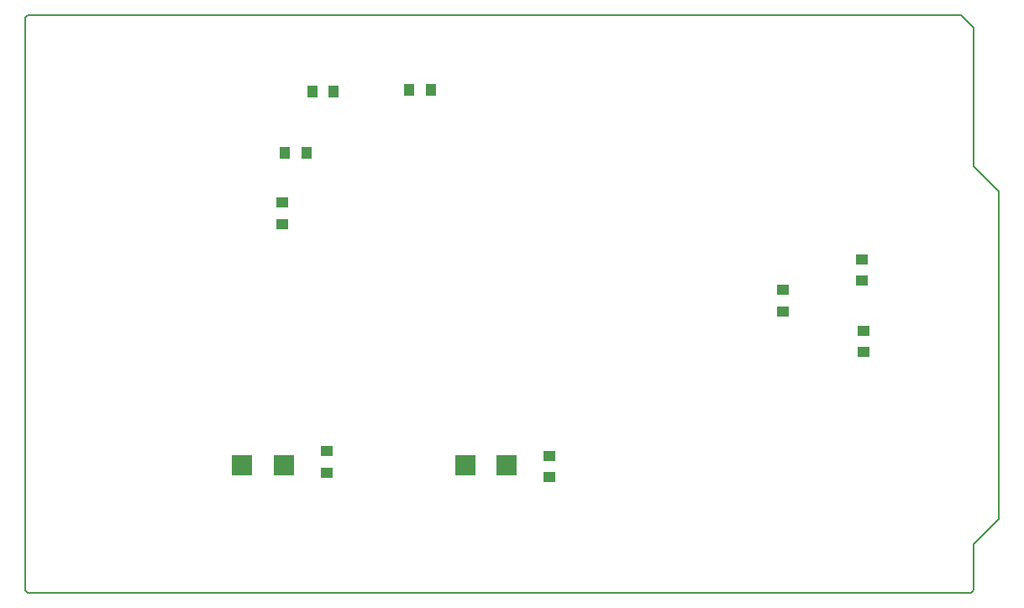
<source format=gbr>
G04 PROTEUS GERBER X2 FILE*
%TF.GenerationSoftware,Labcenter,Proteus,8.6-SP2-Build23525*%
%TF.CreationDate,2019-07-10T19:11:28+00:00*%
%TF.FileFunction,Paste,Bot*%
%TF.FilePolarity,Positive*%
%TF.Part,Single*%
%FSLAX45Y45*%
%MOMM*%
G01*
%TA.AperFunction,Material*%
%ADD49R,1.270000X1.016000*%
%ADD54R,2.032000X2.032000*%
%ADD51R,1.016000X1.270000*%
%TA.AperFunction,Profile*%
%ADD29C,0.203200*%
%TD.AperFunction*%
D49*
X-8290000Y+2543360D03*
X-8290000Y+2330000D03*
X-6050000Y+2500000D03*
X-6050000Y+2286640D03*
X-2885725Y+3543481D03*
X-2885725Y+3756841D03*
X-2899159Y+4476961D03*
X-2899159Y+4263601D03*
X-3700000Y+3955601D03*
X-3700000Y+4168961D03*
D54*
X-6900000Y+2400000D03*
X-6478360Y+2400000D03*
X-9150000Y+2400000D03*
X-8728360Y+2400000D03*
D51*
X-8713360Y+5550000D03*
X-8500000Y+5550000D03*
D49*
X-8740000Y+5050000D03*
X-8740000Y+4836640D03*
D51*
X-8226640Y+6170000D03*
X-8440000Y+6170000D03*
X-7246640Y+6190000D03*
X-7460000Y+6190000D03*
D29*
X-11303600Y+6940000D02*
X-1902000Y+6940000D01*
X-1800400Y+1120000D02*
X-11303600Y+1120000D01*
X-1902000Y+6940000D02*
X-1775000Y+6813000D01*
X-1775000Y+5420000D02*
X-1521000Y+5166000D01*
X-1521000Y+1864000D01*
X-1775000Y+1610000D02*
X-1521000Y+1864000D01*
X-1775000Y+6813000D02*
X-1775000Y+5420000D01*
X-1775000Y+1610000D02*
X-1775000Y+1150000D01*
X-1775000Y+1145400D02*
X-1800400Y+1120000D01*
X-11330959Y+6914600D02*
X-11330959Y+1150000D01*
X-11305559Y+6940000D02*
X-11330959Y+6914600D01*
X-11330959Y+1145400D02*
X-11305559Y+1120000D01*
M02*

</source>
